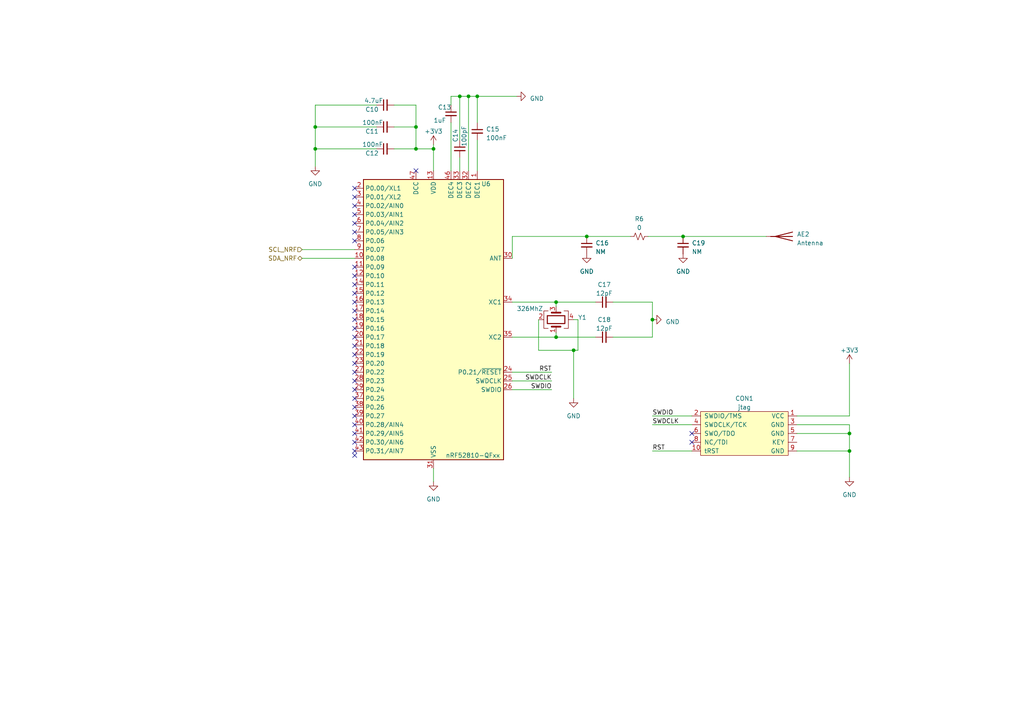
<source format=kicad_sch>
(kicad_sch (version 20210406) (generator eeschema)
  (paper "A4")
  (lib_symbols
    (symbol "Device:Antenna" (pin_numbers hide) (pin_names (offset 1.016) hide)
      (property "Reference" "AE" (at -1.905 1.905 0))
      (property "Value" "Antenna" (at -1.905 0 0))
      (symbol "Antenna_0_1"
        (polyline (pts (xy 0 2.54) (xy 0 -3.81)) (stroke (width 0.254)))
        (polyline (pts (xy 1.27 2.54) (xy 0 -2.54) (xy -1.27 2.54)) (stroke (width 0.254)))
      )
      (symbol "Antenna_1_1"
        (pin input line (at 0 -5.08 90) (length 2.54) (name "A") (number "1"))
      )
    )
    (symbol "Device:C_Small" (pin_numbers hide) (pin_names (offset 0.254) hide)
      (property "Reference" "C" (at 0.254 1.778 0))
      (property "Value" "C_Small" (at 0.254 -2.032 0))
      (symbol "C_Small_0_1"
        (polyline (pts (xy -1.524 -0.508) (xy 1.524 -0.508)) (stroke (width 0.3302)))
        (polyline (pts (xy -1.524 0.508) (xy 1.524 0.508)) (stroke (width 0.3048)))
      )
      (symbol "C_Small_1_1"
        (pin passive line (at 0 2.54 270) (length 2.032) (name "~") (number "1"))
        (pin passive line (at 0 -2.54 90) (length 2.032) (name "~") (number "2"))
      )
    )
    (symbol "Device:Crystal_GND24" (pin_names (offset 1.016) hide)
      (property "Reference" "Y" (at 3.175 5.08 0))
      (property "Value" "Crystal_GND24" (at 3.175 3.175 0))
      (symbol "Crystal_GND24_0_1"
        (rectangle (start -1.143 2.54) (end 1.143 -2.54) (stroke (width 0.3048)))
        (polyline (pts (xy -2.54 0) (xy -2.032 0)))
        (polyline (pts (xy -2.032 -1.27) (xy -2.032 1.27)) (stroke (width 0.508)))
        (polyline (pts (xy 0 -3.81) (xy 0 -3.556)))
        (polyline (pts (xy 0 3.556) (xy 0 3.81)))
        (polyline (pts (xy 2.032 -1.27) (xy 2.032 1.27)) (stroke (width 0.508)))
        (polyline (pts (xy 2.032 0) (xy 2.54 0)))
        (polyline (pts (xy -2.54 -2.286) (xy -2.54 -3.556) (xy 2.54 -3.556) (xy 2.54 -2.286)))
        (polyline (pts (xy -2.54 2.286) (xy -2.54 3.556) (xy 2.54 3.556) (xy 2.54 2.286)))
      )
      (symbol "Crystal_GND24_1_1"
        (pin passive line (at -3.81 0 0) (length 1.27) (name "1") (number "1"))
        (pin passive line (at 0 5.08 270) (length 1.27) (name "2") (number "2"))
        (pin passive line (at 3.81 0 180) (length 1.27) (name "3") (number "3"))
        (pin passive line (at 0 -5.08 90) (length 1.27) (name "4") (number "4"))
      )
    )
    (symbol "Device:R_Small_US" (pin_numbers hide) (pin_names (offset 0.254) hide)
      (property "Reference" "R" (at 0.762 0.508 0))
      (property "Value" "R_Small_US" (at 0.762 -1.016 0))
      (symbol "R_Small_US_1_1"
        (polyline (pts (xy 0 0) (xy 1.016 -0.381) (xy 0 -0.762) (xy -1.016 -1.143) (xy 0 -1.524)))
        (polyline (pts (xy 0 1.524) (xy 1.016 1.143) (xy 0 0.762) (xy -1.016 0.381) (xy 0 0)))
        (pin passive line (at 0 2.54 270) (length 1.016) (name "~") (number "1"))
        (pin passive line (at 0 -2.54 90) (length 1.016) (name "~") (number "2"))
      )
    )
    (symbol "MCU_Nordic:nRF52810-QFxx"
      (property "Reference" "U" (at 0 1.27 0))
      (property "Value" "nRF52810-QFxx" (at 0 -1.27 0))
      (symbol "nRF52810-QFxx_0_1"
        (rectangle (start -20.32 40.64) (end 20.32 -40.64) (stroke (width 0.254)) (fill (type background)))
      )
      (symbol "nRF52810-QFxx_1_1"
        (pin passive line (at -12.7 43.18 270) (length 2.54) (name "DEC1") (number "1"))
        (pin bidirectional line (at 22.86 17.78 180) (length 2.54) (name "P0.08") (number "10"))
        (pin bidirectional line (at 22.86 15.24 180) (length 2.54) (name "P0.09") (number "11"))
        (pin bidirectional line (at 22.86 12.7 180) (length 2.54) (name "P0.10") (number "12"))
        (pin power_in line (at 0 43.18 270) (length 2.54) (name "VDD") (number "13"))
        (pin bidirectional line (at 22.86 10.16 180) (length 2.54) (name "P0.11") (number "14"))
        (pin bidirectional line (at 22.86 7.62 180) (length 2.54) (name "P0.12") (number "15"))
        (pin bidirectional line (at 22.86 5.08 180) (length 2.54) (name "P0.13") (number "16"))
        (pin bidirectional line (at 22.86 2.54 180) (length 2.54) (name "P0.14") (number "17"))
        (pin bidirectional line (at 22.86 0 180) (length 2.54) (name "P0.15") (number "18"))
        (pin bidirectional line (at 22.86 -2.54 180) (length 2.54) (name "P0.16") (number "19"))
        (pin bidirectional line (at 22.86 38.1 180) (length 2.54) (name "P0.00/XL1") (number "2"))
        (pin bidirectional line (at 22.86 -5.08 180) (length 2.54) (name "P0.17") (number "20"))
        (pin bidirectional line (at 22.86 -7.62 180) (length 2.54) (name "P0.18") (number "21"))
        (pin bidirectional line (at 22.86 -10.16 180) (length 2.54) (name "P0.19") (number "22"))
        (pin bidirectional line (at 22.86 -12.7 180) (length 2.54) (name "P0.20") (number "23"))
        (pin bidirectional line (at -22.86 -15.24 0) (length 2.54) (name "P0.21/~RESET") (number "24"))
        (pin input line (at -22.86 -17.78 0) (length 2.54) (name "SWDCLK") (number "25"))
        (pin bidirectional line (at -22.86 -20.32 0) (length 2.54) (name "SWDIO") (number "26"))
        (pin bidirectional line (at 22.86 -15.24 180) (length 2.54) (name "P0.22") (number "27"))
        (pin bidirectional line (at 22.86 -17.78 180) (length 2.54) (name "P0.23") (number "28"))
        (pin bidirectional line (at 22.86 -20.32 180) (length 2.54) (name "P0.24") (number "29"))
        (pin bidirectional line (at 22.86 35.56 180) (length 2.54) (name "P0.01/XL2") (number "3"))
        (pin passive line (at -22.86 17.78 0) (length 2.54) (name "ANT") (number "30"))
        (pin power_in line (at 0 -43.18 90) (length 2.54) (name "VSS") (number "31"))
        (pin passive line (at -10.16 43.18 270) (length 2.54) (name "DEC2") (number "32"))
        (pin passive line (at -7.62 43.18 270) (length 2.54) (name "DEC3") (number "33"))
        (pin input line (at -22.86 5.08 0) (length 2.54) (name "XC1") (number "34"))
        (pin input line (at -22.86 -5.08 0) (length 2.54) (name "XC2") (number "35"))
        (pin passive line (at 0 43.18 270) (length 2.54) hide (name "VDD") (number "36"))
        (pin bidirectional line (at 22.86 -22.86 180) (length 2.54) (name "P0.25") (number "37"))
        (pin bidirectional line (at 22.86 -25.4 180) (length 2.54) (name "P0.26") (number "38"))
        (pin bidirectional line (at 22.86 -27.94 180) (length 2.54) (name "P0.27") (number "39"))
        (pin bidirectional line (at 22.86 33.02 180) (length 2.54) (name "P0.02/AIN0") (number "4"))
        (pin bidirectional line (at 22.86 -30.48 180) (length 2.54) (name "P0.28/AIN4") (number "40"))
        (pin bidirectional line (at 22.86 -33.02 180) (length 2.54) (name "P0.29/AIN5") (number "41"))
        (pin bidirectional line (at 22.86 -35.56 180) (length 2.54) (name "P0.30/AIN6") (number "42"))
        (pin bidirectional line (at 22.86 -38.1 180) (length 2.54) (name "P0.31/AIN7") (number "43"))
        (pin no_connect line (at -20.32 -30.48 0) (length 2.54) hide (name "NC") (number "44"))
        (pin passive line (at 0 -43.18 90) (length 2.54) hide (name "VSS") (number "45"))
        (pin passive line (at -5.08 43.18 270) (length 2.54) (name "DEC4") (number "46"))
        (pin power_out line (at 5.08 43.18 270) (length 2.54) (name "DCC") (number "47"))
        (pin passive line (at 0 43.18 270) (length 2.54) hide (name "VDD") (number "48"))
        (pin passive line (at 0 -43.18 90) (length 2.54) hide (name "VSS") (number "49"))
        (pin bidirectional line (at 22.86 30.48 180) (length 2.54) (name "P0.03/AIN1") (number "5"))
        (pin bidirectional line (at 22.86 27.94 180) (length 2.54) (name "P0.04/AIN2") (number "6"))
        (pin bidirectional line (at 22.86 25.4 180) (length 2.54) (name "P0.05/AIN3") (number "7"))
        (pin bidirectional line (at 22.86 22.86 180) (length 2.54) (name "P0.06") (number "8"))
        (pin bidirectional line (at 22.86 20.32 180) (length 2.54) (name "P0.07") (number "9"))
      )
    )
    (symbol "conectors:jtag" (pin_names (offset 1.016))
      (property "Reference" "CON" (at -6.35 0 90))
      (property "Value" "jtag" (at -3.81 0 90))
      (symbol "jtag_0_1"
        (rectangle (start -12.7 6.35) (end 12.7 -6.35) (fill (type background)))
      )
      (symbol "jtag_1_1"
        (pin power_in line (at -15.24 5.08 0) (length 2.54) (name "VCC") (number "1"))
        (pin unspecified line (at 15.24 -5.08 180) (length 2.54) (name "tRST") (number "10"))
        (pin unspecified line (at 15.24 5.08 180) (length 2.54) (name "SWDIO/TMS") (number "2"))
        (pin power_out line (at -15.24 2.54 0) (length 2.54) (name "GND") (number "3"))
        (pin unspecified line (at 15.24 2.54 180) (length 2.54) (name "SWDCLK/TCK") (number "4"))
        (pin power_out line (at -15.24 0 0) (length 2.54) (name "GND") (number "5"))
        (pin power_in line (at 15.24 0 180) (length 2.54) (name "SWO/TDO") (number "6"))
        (pin unspecified line (at -15.24 -2.54 0) (length 2.54) (name "KEY") (number "7"))
        (pin unspecified line (at 15.24 -2.54 180) (length 2.54) (name "NC/TDI") (number "8"))
        (pin power_out line (at -15.24 -5.08 0) (length 2.54) (name "GND") (number "9"))
      )
    )
    (symbol "power:+3V3" (power) (pin_names (offset 0))
      (property "Value" "+3V3" (at 0 3.556 0))
      (symbol "+3V3_0_1"
        (polyline (pts (xy -0.762 1.27) (xy 0 2.54)))
        (polyline (pts (xy 0 0) (xy 0 2.54)))
        (polyline (pts (xy 0 2.54) (xy 0.762 1.27)))
      )
      (symbol "+3V3_1_1"
        (pin power_in line (at 0 0 90) (length 0) hide (name "+3V3") (number "1"))
      )
    )
    (symbol "power:GND" (power) (pin_names (offset 0))
      (property "Value" "GND" (at 0 -3.81 0))
      (symbol "GND_0_1"
        (polyline (pts (xy 0 0) (xy 0 -1.27) (xy 1.27 -1.27) (xy 0 -2.54) (xy -1.27 -1.27) (xy 0 -1.27)))
      )
      (symbol "GND_1_1"
        (pin power_in line (at 0 0 270) (length 0) hide (name "GND") (number "1"))
      )
    )
  )
  (junction (at 91.44 36.83) (diameter 0.9144))
  (junction (at 91.44 43.18) (diameter 0.9144))
  (junction (at 120.65 36.83) (diameter 0.9144))
  (junction (at 120.65 43.18) (diameter 0.9144))
  (junction (at 125.73 43.18) (diameter 0.9144))
  (junction (at 133.35 27.94) (diameter 0.9144))
  (junction (at 135.89 27.94) (diameter 0.9144))
  (junction (at 138.43 27.94) (diameter 0.9144))
  (junction (at 161.29 87.63) (diameter 0.9144))
  (junction (at 161.29 97.79) (diameter 0.9144))
  (junction (at 166.37 101.6) (diameter 0.9144))
  (junction (at 170.18 68.58) (diameter 0.9144))
  (junction (at 189.23 92.71) (diameter 0.9144))
  (junction (at 198.12 68.58) (diameter 0.9144))
  (junction (at 246.38 125.73) (diameter 0.9144))
  (junction (at 246.38 130.81) (diameter 0.9144))
  (no_connect (at 102.87 54.61))
  (no_connect (at 102.87 57.15))
  (no_connect (at 102.87 59.69))
  (no_connect (at 102.87 62.23))
  (no_connect (at 102.87 64.77))
  (no_connect (at 102.87 67.31))
  (no_connect (at 102.87 69.85))
  (no_connect (at 102.87 77.47))
  (no_connect (at 102.87 80.01))
  (no_connect (at 102.87 82.55))
  (no_connect (at 102.87 85.09))
  (no_connect (at 102.87 87.63))
  (no_connect (at 102.87 90.17))
  (no_connect (at 102.87 92.71))
  (no_connect (at 102.87 95.25))
  (no_connect (at 102.87 97.79))
  (no_connect (at 102.87 100.33))
  (no_connect (at 102.87 102.87))
  (no_connect (at 102.87 105.41))
  (no_connect (at 102.87 107.95))
  (no_connect (at 102.87 110.49))
  (no_connect (at 102.87 113.03))
  (no_connect (at 102.87 115.57))
  (no_connect (at 102.87 118.11))
  (no_connect (at 102.87 120.65))
  (no_connect (at 102.87 123.19))
  (no_connect (at 102.87 125.73))
  (no_connect (at 102.87 128.27))
  (no_connect (at 102.87 130.81))
  (no_connect (at 102.87 132.08))
  (no_connect (at 120.65 49.53))
  (no_connect (at 200.66 125.73))
  (no_connect (at 200.66 128.27))
  (wire (pts (xy 87.63 72.39) (xy 102.87 72.39)))
  (wire (pts (xy 87.63 74.93) (xy 102.87 74.93)))
  (wire (pts (xy 91.44 30.48) (xy 91.44 36.83)))
  (wire (pts (xy 91.44 36.83) (xy 91.44 43.18)))
  (wire (pts (xy 91.44 43.18) (xy 91.44 48.26)))
  (wire (pts (xy 91.44 43.18) (xy 109.22 43.18)))
  (wire (pts (xy 109.22 30.48) (xy 91.44 30.48)))
  (wire (pts (xy 109.22 36.83) (xy 91.44 36.83)))
  (wire (pts (xy 114.3 30.48) (xy 120.65 30.48)))
  (wire (pts (xy 114.3 36.83) (xy 120.65 36.83)))
  (wire (pts (xy 114.3 43.18) (xy 120.65 43.18)))
  (wire (pts (xy 120.65 30.48) (xy 120.65 36.83)))
  (wire (pts (xy 120.65 36.83) (xy 120.65 43.18)))
  (wire (pts (xy 120.65 43.18) (xy 125.73 43.18)))
  (wire (pts (xy 125.73 41.91) (xy 125.73 43.18)))
  (wire (pts (xy 125.73 43.18) (xy 125.73 49.53)))
  (wire (pts (xy 125.73 135.89) (xy 125.73 139.7)))
  (wire (pts (xy 130.81 27.94) (xy 133.35 27.94)))
  (wire (pts (xy 130.81 30.48) (xy 130.81 27.94)))
  (wire (pts (xy 130.81 35.56) (xy 130.81 49.53)))
  (wire (pts (xy 133.35 27.94) (xy 133.35 40.64)))
  (wire (pts (xy 133.35 27.94) (xy 135.89 27.94)))
  (wire (pts (xy 133.35 45.72) (xy 133.35 49.53)))
  (wire (pts (xy 135.89 27.94) (xy 135.89 49.53)))
  (wire (pts (xy 135.89 27.94) (xy 138.43 27.94)))
  (wire (pts (xy 138.43 27.94) (xy 138.43 35.56)))
  (wire (pts (xy 138.43 27.94) (xy 149.86 27.94)))
  (wire (pts (xy 138.43 40.64) (xy 138.43 49.53)))
  (wire (pts (xy 148.59 68.58) (xy 170.18 68.58)))
  (wire (pts (xy 148.59 74.93) (xy 148.59 68.58)))
  (wire (pts (xy 148.59 87.63) (xy 161.29 87.63)))
  (wire (pts (xy 148.59 97.79) (xy 161.29 97.79)))
  (wire (pts (xy 156.21 92.71) (xy 156.21 101.6)))
  (wire (pts (xy 156.21 101.6) (xy 166.37 101.6)))
  (wire (pts (xy 160.02 107.95) (xy 148.59 107.95)))
  (wire (pts (xy 160.02 110.49) (xy 148.59 110.49)))
  (wire (pts (xy 160.02 113.03) (xy 148.59 113.03)))
  (wire (pts (xy 161.29 87.63) (xy 172.72 87.63)))
  (wire (pts (xy 161.29 88.9) (xy 161.29 87.63)))
  (wire (pts (xy 161.29 96.52) (xy 161.29 97.79)))
  (wire (pts (xy 161.29 97.79) (xy 172.72 97.79)))
  (wire (pts (xy 166.37 101.6) (xy 166.37 115.57)))
  (wire (pts (xy 166.37 101.6) (xy 167.64 101.6)))
  (wire (pts (xy 167.64 92.71) (xy 166.37 92.71)))
  (wire (pts (xy 167.64 101.6) (xy 167.64 92.71)))
  (wire (pts (xy 170.18 68.58) (xy 182.88 68.58)))
  (wire (pts (xy 177.8 87.63) (xy 189.23 87.63)))
  (wire (pts (xy 187.96 68.58) (xy 198.12 68.58)))
  (wire (pts (xy 189.23 87.63) (xy 189.23 92.71)))
  (wire (pts (xy 189.23 92.71) (xy 189.23 97.79)))
  (wire (pts (xy 189.23 97.79) (xy 177.8 97.79)))
  (wire (pts (xy 189.23 120.65) (xy 200.66 120.65)))
  (wire (pts (xy 189.23 123.19) (xy 200.66 123.19)))
  (wire (pts (xy 189.23 130.81) (xy 200.66 130.81)))
  (wire (pts (xy 198.12 68.58) (xy 222.25 68.58)))
  (wire (pts (xy 231.14 120.65) (xy 246.38 120.65)))
  (wire (pts (xy 231.14 123.19) (xy 246.38 123.19)))
  (wire (pts (xy 231.14 125.73) (xy 246.38 125.73)))
  (wire (pts (xy 231.14 130.81) (xy 246.38 130.81)))
  (wire (pts (xy 246.38 105.41) (xy 246.38 120.65)))
  (wire (pts (xy 246.38 123.19) (xy 246.38 125.73)))
  (wire (pts (xy 246.38 125.73) (xy 246.38 130.81)))
  (wire (pts (xy 246.38 130.81) (xy 246.38 138.43)))
  (label "RST" (at 160.02 107.95 180))
  (label "SWDCLK" (at 160.02 110.49 180))
  (label "SWDIO" (at 160.02 113.03 180))
  (label "SWDIO" (at 189.23 120.65 0))
  (label "SWDCLK" (at 189.23 123.19 0))
  (label "RST" (at 189.23 130.81 0))
  (hierarchical_label "SCL_NRF" (shape input) (at 87.63 72.39 180))
  (hierarchical_label "SDA_NRF" (shape bidirectional) (at 87.63 74.93 180))
  (symbol (lib_id "power:+3V3") (at 125.73 41.91 0) (unit 1)
    (property "Reference" "#PWR0134" (effects hide))
    (property "Value" "+3V3" (at 125.73 38.1 0))
  )
  (symbol (lib_id "power:+3V3") (at 246.38 105.41 0) (unit 1)
    (property "Reference" "#PWR0137" (effects hide))
    (property "Value" "+3V3" (at 246.38 101.6 0))
  )
  (symbol (lib_id "power:GND") (at 91.44 48.26 0) (unit 1)
    (property "Reference" "#PWR0133" (effects hide))
    (property "Value" "GND" (at 91.44 53.34 0))
  )
  (symbol (lib_id "power:GND") (at 125.73 139.7 0) (unit 1)
    (property "Reference" "#PWR0131" (effects hide))
    (property "Value" "GND" (at 125.73 144.78 0))
  )
  (symbol (lib_id "power:GND") (at 149.86 27.94 90) (unit 1)
    (property "Reference" "#PWR0135" (effects hide))
    (property "Value" "GND" (at 153.67 28.5749 90) (effects (justify right)))
  )
  (symbol (lib_id "power:GND") (at 166.37 115.57 0) (unit 1)
    (property "Reference" "#PWR0132" (effects hide))
    (property "Value" "GND" (at 166.37 120.65 0))
  )
  (symbol (lib_id "power:GND") (at 170.18 73.66 0) (unit 1)
    (property "Reference" "#PWR0140" (effects hide))
    (property "Value" "GND" (at 170.18 78.74 0))
  )
  (symbol (lib_id "power:GND") (at 189.23 92.71 90) (unit 1)
    (property "Reference" "#PWR0139" (effects hide))
    (property "Value" "GND" (at 193.04 93.3449 90) (effects (justify right)))
  )
  (symbol (lib_id "power:GND") (at 198.12 73.66 0) (unit 1)
    (property "Reference" "#PWR0138" (effects hide))
    (property "Value" "GND" (at 198.12 78.74 0))
  )
  (symbol (lib_id "power:GND") (at 246.38 138.43 0) (unit 1)
    (property "Reference" "#PWR0136" (effects hide))
    (property "Value" "GND" (at 246.38 143.51 0))
  )
  (symbol (lib_id "Device:R_Small_US") (at 185.42 68.58 90) (unit 1)
    (property "Reference" "R6" (at 185.42 63.5 90))
    (property "Value" "0" (at 185.42 66.04 90))
    (property "Footprint" "vanalles:0603RL" (effects hide))
  )
  (symbol (lib_id "Device:C_Small") (at 111.76 30.48 90) (unit 1)
    (property "Reference" "C10" (at 109.8549 31.75 90) (effects (justify left)))
    (property "Value" "4.7uF" (at 111.1249 29.21 90) (effects (justify left)))
    (property "Footprint" "vanalles:0603" (effects hide))
  )
  (symbol (lib_id "Device:C_Small") (at 111.76 36.83 90) (unit 1)
    (property "Reference" "C11" (at 109.8549 38.1 90) (effects (justify left)))
    (property "Value" "100nF" (at 111.1249 35.56 90) (effects (justify left)))
    (property "Footprint" "vanalles:0603" (effects hide))
  )
  (symbol (lib_id "Device:C_Small") (at 111.76 43.18 90) (unit 1)
    (property "Reference" "C12" (at 109.8549 44.45 90) (effects (justify left)))
    (property "Value" "100nF" (at 111.1249 41.91 90) (effects (justify left)))
    (property "Footprint" "vanalles:0603" (effects hide))
  )
  (symbol (lib_id "Device:C_Small") (at 130.81 33.02 0) (unit 1)
    (property "Reference" "C13" (at 127 31.1149 0) (effects (justify left)))
    (property "Value" "1uF" (at 125.73 34.9249 0) (effects (justify left)))
    (property "Footprint" "vanalles:0603" (effects hide))
  )
  (symbol (lib_id "Device:C_Small") (at 133.35 43.18 0) (unit 1)
    (property "Reference" "C14" (at 132.08 41.2749 90) (effects (justify left)))
    (property "Value" "100pF" (at 134.62 42.5449 90) (effects (justify left)))
    (property "Footprint" "vanalles:0603" (effects hide))
  )
  (symbol (lib_id "Device:C_Small") (at 138.43 38.1 0) (unit 1)
    (property "Reference" "C15" (at 140.97 37.4649 0) (effects (justify left)))
    (property "Value" "100nF" (at 140.97 40.0049 0) (effects (justify left)))
    (property "Footprint" "vanalles:0603" (effects hide))
  )
  (symbol (lib_id "Device:C_Small") (at 170.18 71.12 0) (unit 1)
    (property "Reference" "C16" (at 172.72 70.4849 0) (effects (justify left)))
    (property "Value" "NM" (at 172.72 73.0249 0) (effects (justify left)))
    (property "Footprint" "vanalles:0603" (effects hide))
  )
  (symbol (lib_id "Device:C_Small") (at 175.26 87.63 90) (unit 1)
    (property "Reference" "C17" (at 175.26 82.55 90))
    (property "Value" "12pF" (at 175.26 85.09 90))
    (property "Footprint" "vanalles:0603" (effects hide))
  )
  (symbol (lib_id "Device:C_Small") (at 175.26 97.79 90) (unit 1)
    (property "Reference" "C18" (at 175.26 92.71 90))
    (property "Value" "12pF" (at 175.26 95.25 90))
    (property "Footprint" "vanalles:0603" (effects hide))
  )
  (symbol (lib_id "Device:C_Small") (at 198.12 71.12 0) (unit 1)
    (property "Reference" "C19" (at 200.66 70.4849 0) (effects (justify left)))
    (property "Value" "NM" (at 200.66 73.0249 0) (effects (justify left)))
    (property "Footprint" "vanalles:0603" (effects hide))
  )
  (symbol (lib_id "Device:Antenna") (at 227.33 68.58 270) (unit 1)
    (property "Reference" "AE2" (at 231.14 67.9449 90) (effects (justify left)))
    (property "Value" "Antenna" (at 231.14 70.4849 90) (effects (justify left)))
    (property "Footprint" "vanalles:Texas_SWRA117D_2.4GHz_Right" (effects hide))
  )
  (symbol (lib_id "Device:Crystal_GND24") (at 161.29 92.71 90) (unit 1)
    (property "Reference" "Y1" (at 167.64 92.0749 90) (effects (justify right)))
    (property "Value" "326MhZ" (at 149.86 89.5349 90) (effects (justify right)))
    (property "Footprint" "vanalles:OSCCC320X250X90L80X100N" (effects hide))
  )
  (symbol (lib_id "conectors:jtag") (at 215.9 125.73 0) (mirror y) (unit 1)
    (property "Reference" "CON1" (at 215.9 115.57 0))
    (property "Value" "jtag" (at 215.9 118.11 0))
    (property "Footprint" "connectors_user:Tag-Connect_TC2050-IDC-FP_2x05_P1.27mm_Vertical" (effects hide))
  )
  (symbol (lib_id "MCU_Nordic:nRF52810-QFxx") (at 125.73 92.71 0) (mirror y) (unit 1)
    (property "Reference" "U6" (at 140.97 53.34 0))
    (property "Value" "nRF52810-QFxx" (at 137.16 132.08 0))
    (property "Footprint" "halfgeleiders:nrf" (effects hide))
    (property "Datasheet" "http://infocenter.nordicsemi.com/pdf/nRF52810_PS_v1.1.pdf" (effects hide))
  )
)
</source>
